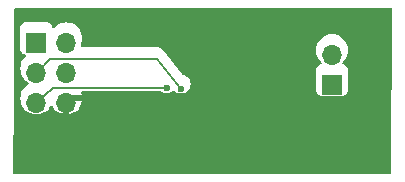
<source format=gbr>
%TF.GenerationSoftware,KiCad,Pcbnew,8.0.1*%
%TF.CreationDate,2024-04-28T15:44:22+08:00*%
%TF.ProjectId,at4pi5,61743470-6935-42e6-9b69-6361645f7063,rev?*%
%TF.SameCoordinates,Original*%
%TF.FileFunction,Copper,L2,Bot*%
%TF.FilePolarity,Positive*%
%FSLAX46Y46*%
G04 Gerber Fmt 4.6, Leading zero omitted, Abs format (unit mm)*
G04 Created by KiCad (PCBNEW 8.0.1) date 2024-04-28 15:44:22*
%MOMM*%
%LPD*%
G01*
G04 APERTURE LIST*
%TA.AperFunction,Conductor*%
%ADD10C,0.200000*%
%TD*%
%TA.AperFunction,ComponentPad*%
%ADD11R,1.700000X1.700000*%
%TD*%
%TA.AperFunction,ComponentPad*%
%ADD12O,1.700000X1.700000*%
%TD*%
%TA.AperFunction,ViaPad*%
%ADD13C,0.600000*%
%TD*%
G04 APERTURE END LIST*
D10*
%TO.N,SDA*%
X150121873Y-98355598D02*
X149000000Y-99500000D01*
%TO.N,SCL*%
X149000000Y-102000000D02*
X150382418Y-100849415D01*
X159000000Y-100849415D02*
X159864175Y-100847435D01*
%TO.N,SDA*%
X153063152Y-98355598D02*
X150121873Y-98355598D01*
X159180989Y-98353255D02*
X153063152Y-98355598D01*
X159180989Y-98353255D02*
X161172265Y-100863672D01*
%TO.N,SCL*%
X150382418Y-100849415D02*
X159000000Y-100849415D01*
%TD*%
D11*
%TO.P,J1,1,Pin_1*%
%TO.N,+3.3V*%
X148960000Y-97000000D03*
D12*
%TO.P,J1,2,Pin_2*%
%TO.N,unconnected-(J1-Pin_2-Pad2)*%
X151500000Y-97000000D03*
%TO.P,J1,3,Pin_3*%
%TO.N,SDA*%
X148960000Y-99540000D03*
%TO.P,J1,4,Pin_4*%
%TO.N,unconnected-(J1-Pin_4-Pad4)*%
X151500000Y-99540000D03*
%TO.P,J1,5,Pin_5*%
%TO.N,SCL*%
X148960000Y-102080000D03*
%TO.P,J1,6,Pin_6*%
%TO.N,GND*%
X151500000Y-102080000D03*
%TD*%
D11*
%TO.P,J2,1,Pin_1*%
%TO.N,SDA*%
X174000000Y-100540000D03*
D12*
%TO.P,J2,2,Pin_2*%
%TO.N,SCL*%
X174000000Y-98000000D03*
%TD*%
D13*
%TO.N,SCL*%
X159983272Y-100834675D03*
%TO.N,SDA*%
X161216780Y-100868703D03*
%TD*%
%TA.AperFunction,Conductor*%
%TO.N,GND*%
G36*
X179042152Y-94020185D02*
G01*
X179087907Y-94072989D01*
X179099110Y-94125379D01*
X179000877Y-107976379D01*
X178980717Y-108043278D01*
X178927590Y-108088657D01*
X178876880Y-108099500D01*
X147124887Y-108099500D01*
X147057848Y-108079815D01*
X147012093Y-108027011D01*
X147000890Y-107974621D01*
X147045532Y-101680000D01*
X147604341Y-101680000D01*
X147624936Y-101915403D01*
X147624938Y-101915413D01*
X147686094Y-102143655D01*
X147686096Y-102143659D01*
X147686097Y-102143663D01*
X147769155Y-102321781D01*
X147785965Y-102357830D01*
X147785967Y-102357834D01*
X147894281Y-102512521D01*
X147921505Y-102551401D01*
X148088599Y-102718495D01*
X148185384Y-102786265D01*
X148282165Y-102854032D01*
X148282167Y-102854033D01*
X148282170Y-102854035D01*
X148496337Y-102953903D01*
X148724592Y-103015063D01*
X148912918Y-103031539D01*
X148959999Y-103035659D01*
X148960000Y-103035659D01*
X148960001Y-103035659D01*
X148999234Y-103032226D01*
X149195408Y-103015063D01*
X149423663Y-102953903D01*
X149637830Y-102854035D01*
X149831401Y-102718495D01*
X149998495Y-102551401D01*
X150128730Y-102365405D01*
X150183307Y-102321781D01*
X150252805Y-102314587D01*
X150315160Y-102346110D01*
X150331879Y-102365405D01*
X150461890Y-102551078D01*
X150628917Y-102718105D01*
X150822421Y-102853600D01*
X151036507Y-102953429D01*
X151036516Y-102953433D01*
X151250000Y-103010634D01*
X151250000Y-102113012D01*
X151307007Y-102145925D01*
X151434174Y-102180000D01*
X151565826Y-102180000D01*
X151692993Y-102145925D01*
X151750000Y-102113012D01*
X151750000Y-103010633D01*
X151963483Y-102953433D01*
X151963492Y-102953429D01*
X152177578Y-102853600D01*
X152371082Y-102718105D01*
X152538105Y-102551082D01*
X152673600Y-102357578D01*
X152773429Y-102143492D01*
X152773432Y-102143486D01*
X152830636Y-101930000D01*
X151933012Y-101930000D01*
X151965925Y-101872993D01*
X152000000Y-101745826D01*
X152000000Y-101614174D01*
X151965925Y-101487007D01*
X151933012Y-101430000D01*
X152830636Y-101430000D01*
X152830635Y-101429999D01*
X152773427Y-101216497D01*
X152773361Y-101216316D01*
X152773355Y-101216230D01*
X152772029Y-101211280D01*
X152773024Y-101211013D01*
X152768935Y-101146587D01*
X152802910Y-101085534D01*
X152864500Y-101052541D01*
X152889886Y-101049915D01*
X158912944Y-101049915D01*
X158915957Y-101050108D01*
X158922313Y-101050093D01*
X158922319Y-101050095D01*
X159000734Y-101049915D01*
X159000857Y-101049915D01*
X159085435Y-101049915D01*
X159088439Y-101049714D01*
X159420275Y-101048953D01*
X159486528Y-101067958D01*
X159633750Y-101160464D01*
X159793120Y-101216230D01*
X159804017Y-101220043D01*
X159804022Y-101220044D01*
X159983268Y-101240240D01*
X159983272Y-101240240D01*
X159983276Y-101240240D01*
X160162521Y-101220044D01*
X160162524Y-101220043D01*
X160162527Y-101220043D01*
X160332794Y-101160464D01*
X160485534Y-101064491D01*
X160495328Y-101054697D01*
X160556650Y-101021210D01*
X160626342Y-101026192D01*
X160670693Y-101054694D01*
X160714518Y-101098519D01*
X160867258Y-101194492D01*
X160975387Y-101232328D01*
X161037525Y-101254071D01*
X161037530Y-101254072D01*
X161216776Y-101274268D01*
X161216780Y-101274268D01*
X161216784Y-101274268D01*
X161396029Y-101254072D01*
X161396032Y-101254071D01*
X161396035Y-101254071D01*
X161566302Y-101194492D01*
X161719042Y-101098519D01*
X161846596Y-100970965D01*
X161942569Y-100818225D01*
X162002148Y-100647958D01*
X162018147Y-100505965D01*
X162022345Y-100468706D01*
X162022345Y-100468699D01*
X162002149Y-100289453D01*
X162002148Y-100289448D01*
X161942568Y-100119179D01*
X161846595Y-99966440D01*
X161719042Y-99838887D01*
X161566301Y-99742913D01*
X161455613Y-99704182D01*
X161396035Y-99683335D01*
X161375242Y-99680992D01*
X161363510Y-99679670D01*
X161299097Y-99652602D01*
X161280248Y-99633509D01*
X159684512Y-97621752D01*
X159674301Y-97606738D01*
X159670407Y-97600000D01*
X172644341Y-97600000D01*
X172664936Y-97835403D01*
X172664938Y-97835413D01*
X172726094Y-98063655D01*
X172726096Y-98063659D01*
X172726097Y-98063663D01*
X172821661Y-98268599D01*
X172825965Y-98277830D01*
X172825967Y-98277834D01*
X172934281Y-98432521D01*
X172961501Y-98471396D01*
X172961506Y-98471402D01*
X173083430Y-98593326D01*
X173116915Y-98654649D01*
X173111931Y-98724341D01*
X173070059Y-98780274D01*
X173039083Y-98797189D01*
X172907669Y-98846203D01*
X172907664Y-98846206D01*
X172792455Y-98932452D01*
X172792452Y-98932455D01*
X172706206Y-99047664D01*
X172706202Y-99047671D01*
X172655908Y-99182517D01*
X172649501Y-99242116D01*
X172649501Y-99242123D01*
X172649500Y-99242135D01*
X172649500Y-101037870D01*
X172649501Y-101037876D01*
X172655908Y-101097483D01*
X172706202Y-101232328D01*
X172706206Y-101232335D01*
X172792452Y-101347544D01*
X172792455Y-101347547D01*
X172907664Y-101433793D01*
X172907671Y-101433797D01*
X173042517Y-101484091D01*
X173042516Y-101484091D01*
X173049444Y-101484835D01*
X173102127Y-101490500D01*
X174897872Y-101490499D01*
X174957483Y-101484091D01*
X175092331Y-101433796D01*
X175207546Y-101347546D01*
X175293796Y-101232331D01*
X175344091Y-101097483D01*
X175350500Y-101037873D01*
X175350499Y-99242128D01*
X175344091Y-99182517D01*
X175328233Y-99140000D01*
X175293797Y-99047671D01*
X175293793Y-99047664D01*
X175207547Y-98932455D01*
X175207544Y-98932452D01*
X175092335Y-98846206D01*
X175092328Y-98846202D01*
X174960917Y-98797189D01*
X174904983Y-98755318D01*
X174880566Y-98689853D01*
X174895418Y-98621580D01*
X174916563Y-98593332D01*
X175038495Y-98471401D01*
X175174035Y-98277830D01*
X175273903Y-98063663D01*
X175335063Y-97835408D01*
X175355659Y-97600000D01*
X175335063Y-97364592D01*
X175273903Y-97136337D01*
X175174035Y-96922171D01*
X175113284Y-96835408D01*
X175038494Y-96728597D01*
X174871402Y-96561506D01*
X174871395Y-96561501D01*
X174677834Y-96425967D01*
X174677830Y-96425965D01*
X174677828Y-96425964D01*
X174463663Y-96326097D01*
X174463659Y-96326096D01*
X174463655Y-96326094D01*
X174235413Y-96264938D01*
X174235403Y-96264936D01*
X174000001Y-96244341D01*
X173999999Y-96244341D01*
X173764596Y-96264936D01*
X173764586Y-96264938D01*
X173536344Y-96326094D01*
X173536335Y-96326098D01*
X173322171Y-96425964D01*
X173322169Y-96425965D01*
X173128597Y-96561505D01*
X172961505Y-96728597D01*
X172825965Y-96922169D01*
X172825964Y-96922171D01*
X172726098Y-97136335D01*
X172726094Y-97136344D01*
X172664938Y-97364586D01*
X172664936Y-97364596D01*
X172644341Y-97599999D01*
X172644341Y-97600000D01*
X159670407Y-97600000D01*
X159661367Y-97584355D01*
X159661364Y-97584352D01*
X159635001Y-97558009D01*
X159625500Y-97547354D01*
X159602325Y-97518138D01*
X159602322Y-97518135D01*
X159581560Y-97502728D01*
X159567807Y-97490867D01*
X159549519Y-97472593D01*
X159517225Y-97453965D01*
X159505297Y-97446136D01*
X159475354Y-97423916D01*
X159475353Y-97423915D01*
X159475351Y-97423914D01*
X159451303Y-97414403D01*
X159434951Y-97406506D01*
X159412558Y-97393589D01*
X159376539Y-97383952D01*
X159362991Y-97379477D01*
X159328325Y-97365767D01*
X159328320Y-97365765D01*
X159328317Y-97365764D01*
X159328315Y-97365764D01*
X159302623Y-97362801D01*
X159284790Y-97359406D01*
X159259816Y-97352725D01*
X159259815Y-97352725D01*
X159222544Y-97352739D01*
X159208293Y-97351923D01*
X159171247Y-97347651D01*
X159171244Y-97347651D01*
X159145662Y-97351438D01*
X159127551Y-97352775D01*
X153062216Y-97355098D01*
X152832645Y-97355098D01*
X152765606Y-97335413D01*
X152719851Y-97282609D01*
X152709907Y-97213451D01*
X152720263Y-97178693D01*
X152740015Y-97136335D01*
X152773903Y-97063663D01*
X152835063Y-96835408D01*
X152855659Y-96600000D01*
X152835063Y-96364592D01*
X152773903Y-96136337D01*
X152674035Y-95922171D01*
X152538495Y-95728599D01*
X152538494Y-95728597D01*
X152371402Y-95561506D01*
X152371395Y-95561501D01*
X152177834Y-95425967D01*
X152177830Y-95425965D01*
X152177828Y-95425964D01*
X151963663Y-95326097D01*
X151963659Y-95326096D01*
X151963655Y-95326094D01*
X151735413Y-95264938D01*
X151735403Y-95264936D01*
X151500001Y-95244341D01*
X151499999Y-95244341D01*
X151264596Y-95264936D01*
X151264586Y-95264938D01*
X151036344Y-95326094D01*
X151036335Y-95326098D01*
X150822171Y-95425964D01*
X150822169Y-95425965D01*
X150628600Y-95561503D01*
X150506673Y-95683430D01*
X150445350Y-95716914D01*
X150375658Y-95711930D01*
X150319725Y-95670058D01*
X150302810Y-95639081D01*
X150253797Y-95507671D01*
X150253793Y-95507664D01*
X150167547Y-95392455D01*
X150167544Y-95392452D01*
X150052335Y-95306206D01*
X150052328Y-95306202D01*
X149917482Y-95255908D01*
X149917483Y-95255908D01*
X149857883Y-95249501D01*
X149857881Y-95249500D01*
X149857873Y-95249500D01*
X149857864Y-95249500D01*
X148062129Y-95249500D01*
X148062123Y-95249501D01*
X148002516Y-95255908D01*
X147867671Y-95306202D01*
X147867664Y-95306206D01*
X147752455Y-95392452D01*
X147752452Y-95392455D01*
X147666206Y-95507664D01*
X147666202Y-95507671D01*
X147615908Y-95642517D01*
X147609501Y-95702116D01*
X147609500Y-95702135D01*
X147609500Y-97497870D01*
X147609501Y-97497876D01*
X147615908Y-97557483D01*
X147666202Y-97692328D01*
X147666206Y-97692335D01*
X147752452Y-97807544D01*
X147752455Y-97807547D01*
X147867664Y-97893793D01*
X147867671Y-97893797D01*
X147999081Y-97942810D01*
X148055015Y-97984681D01*
X148079432Y-98050145D01*
X148064580Y-98118418D01*
X148043430Y-98146673D01*
X147921503Y-98268600D01*
X147785965Y-98462169D01*
X147785964Y-98462171D01*
X147686098Y-98676335D01*
X147686094Y-98676344D01*
X147624938Y-98904586D01*
X147624936Y-98904596D01*
X147604341Y-99139999D01*
X147604341Y-99140000D01*
X147624936Y-99375403D01*
X147624938Y-99375413D01*
X147686094Y-99603655D01*
X147686096Y-99603659D01*
X147686097Y-99603663D01*
X147735601Y-99709824D01*
X147785965Y-99817830D01*
X147785967Y-99817834D01*
X147921501Y-100011395D01*
X147921506Y-100011402D01*
X148088597Y-100178493D01*
X148088603Y-100178498D01*
X148274158Y-100308425D01*
X148317783Y-100363002D01*
X148324977Y-100432500D01*
X148293454Y-100494855D01*
X148274158Y-100511575D01*
X148088597Y-100641505D01*
X147921505Y-100808597D01*
X147785965Y-101002169D01*
X147785964Y-101002171D01*
X147686098Y-101216335D01*
X147686094Y-101216344D01*
X147624938Y-101444586D01*
X147624936Y-101444596D01*
X147604341Y-101679999D01*
X147604341Y-101680000D01*
X147045532Y-101680000D01*
X147081833Y-96561501D01*
X147099123Y-94123620D01*
X147119283Y-94056722D01*
X147172410Y-94011343D01*
X147223120Y-94000500D01*
X178975113Y-94000500D01*
X179042152Y-94020185D01*
G37*
%TD.AperFunction*%
%TD*%
M02*

</source>
